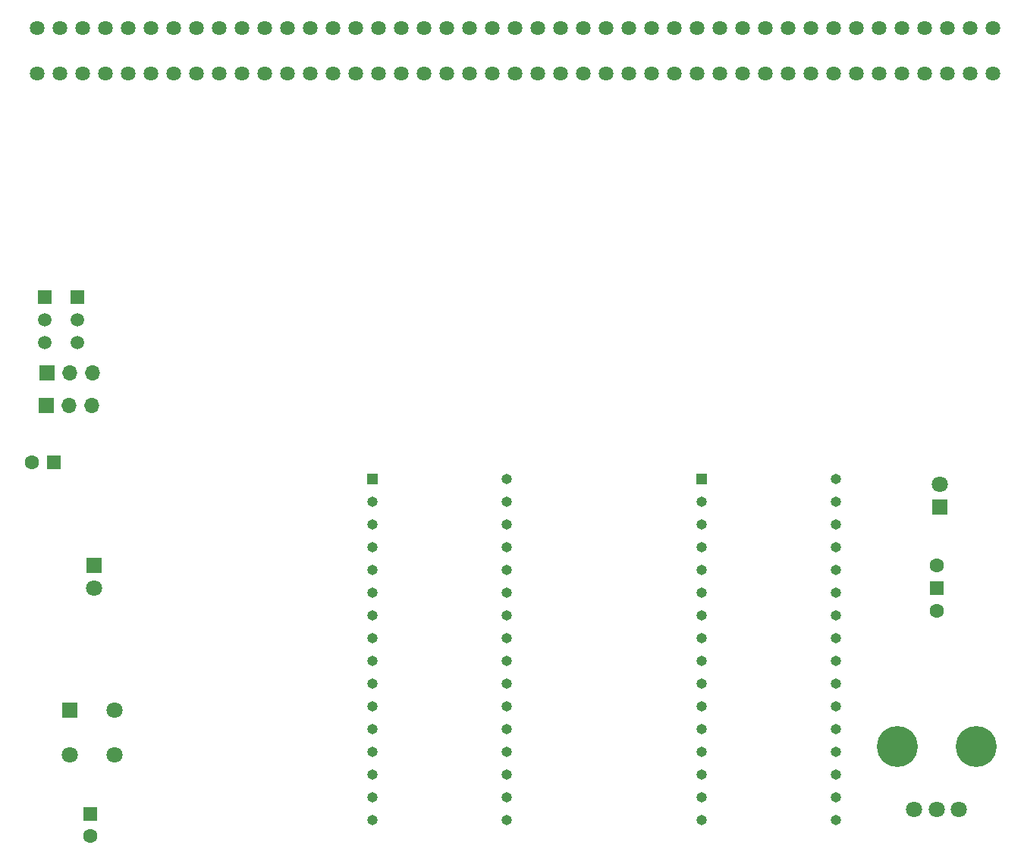
<source format=gbr>
%TF.GenerationSoftware,KiCad,Pcbnew,8.0.3*%
%TF.CreationDate,2025-02-20T16:42:35+01:00*%
%TF.ProjectId,DeMoN-Flash,44654d6f-4e2d-4466-9c61-73682e6b6963,rev?*%
%TF.SameCoordinates,Original*%
%TF.FileFunction,Soldermask,Bot*%
%TF.FilePolarity,Negative*%
%FSLAX46Y46*%
G04 Gerber Fmt 4.6, Leading zero omitted, Abs format (unit mm)*
G04 Created by KiCad (PCBNEW 8.0.3) date 2025-02-20 16:42:35*
%MOMM*%
%LPD*%
G01*
G04 APERTURE LIST*
%ADD10R,1.500000X1.500000*%
%ADD11C,1.600000*%
%ADD12C,1.500000*%
%ADD13R,1.160000X1.160000*%
%ADD14O,1.160000X1.160000*%
%ADD15R,1.600000X1.600000*%
%ADD16R,1.800000X1.800000*%
%ADD17C,1.800000*%
%ADD18R,1.700000X1.700000*%
%ADD19O,1.700000X1.700000*%
%ADD20C,1.635000*%
%ADD21C,4.575000*%
G04 APERTURE END LIST*
D10*
%TO.C,SW2*%
X188500000Y-101690000D03*
D11*
X188500000Y-104230000D03*
X188500000Y-99150000D03*
%TD*%
D10*
%TO.C,Q2*%
X88900000Y-69200000D03*
D12*
X88900000Y-71740000D03*
X88900000Y-74280000D03*
%TD*%
D13*
%TO.C,U9*%
X162255000Y-89550000D03*
D14*
X162255000Y-92090000D03*
X162255000Y-94630000D03*
X162255000Y-97170000D03*
X162255000Y-99710000D03*
X162255000Y-102250000D03*
X162255000Y-104790000D03*
X162255000Y-107330000D03*
X162255000Y-109870000D03*
X162255000Y-112410000D03*
X162255000Y-114950000D03*
X162255000Y-117490000D03*
X162255000Y-120030000D03*
X162255000Y-122570000D03*
X162255000Y-125110000D03*
X162255000Y-127650000D03*
X177255000Y-127650000D03*
X177255000Y-125110000D03*
X177255000Y-122570000D03*
X177255000Y-120030000D03*
X177255000Y-117490000D03*
X177255000Y-114950000D03*
X177255000Y-112410000D03*
X177255000Y-109870000D03*
X177255000Y-107330000D03*
X177255000Y-104790000D03*
X177255000Y-102250000D03*
X177255000Y-99710000D03*
X177255000Y-97170000D03*
X177255000Y-94630000D03*
X177255000Y-92090000D03*
X177255000Y-89550000D03*
%TD*%
D15*
%TO.C,C1*%
X94000000Y-126944888D03*
D11*
X94000000Y-129444888D03*
%TD*%
D16*
%TO.C,D2*%
X94450000Y-99225000D03*
D17*
X94450000Y-101765000D03*
%TD*%
D13*
%TO.C,U7*%
X125505000Y-89550000D03*
D14*
X125505000Y-92090000D03*
X125505000Y-94630000D03*
X125505000Y-97170000D03*
X125505000Y-99710000D03*
X125505000Y-102250000D03*
X125505000Y-104790000D03*
X125505000Y-107330000D03*
X125505000Y-109870000D03*
X125505000Y-112410000D03*
X125505000Y-114950000D03*
X125505000Y-117490000D03*
X125505000Y-120030000D03*
X125505000Y-122570000D03*
X125505000Y-125110000D03*
X125505000Y-127650000D03*
X140505000Y-127650000D03*
X140505000Y-125110000D03*
X140505000Y-122570000D03*
X140505000Y-120030000D03*
X140505000Y-117490000D03*
X140505000Y-114950000D03*
X140505000Y-112410000D03*
X140505000Y-109870000D03*
X140505000Y-107330000D03*
X140505000Y-104790000D03*
X140505000Y-102250000D03*
X140505000Y-99710000D03*
X140505000Y-97170000D03*
X140505000Y-94630000D03*
X140505000Y-92090000D03*
X140505000Y-89550000D03*
%TD*%
D10*
%TO.C,Q1*%
X92600000Y-69200000D03*
D12*
X92600000Y-71740000D03*
X92600000Y-74280000D03*
%TD*%
D18*
%TO.C,JP1*%
X89128400Y-81342200D03*
D19*
X91668400Y-81342200D03*
X94208400Y-81342200D03*
%TD*%
D16*
%TO.C,SW1*%
X91677500Y-115377500D03*
D17*
X96677500Y-115377500D03*
X91677500Y-120377500D03*
X96677500Y-120377500D03*
%TD*%
D20*
%TO.C,CN1*%
X88060000Y-44200000D03*
X88060000Y-39120000D03*
X90600000Y-44200000D03*
X90600000Y-39120000D03*
X93140000Y-44200000D03*
X93140000Y-39120000D03*
X95680000Y-44200000D03*
X95680000Y-39120000D03*
X98220000Y-44200000D03*
X98220000Y-39120000D03*
X100760000Y-44200000D03*
X100760000Y-39120000D03*
X103300000Y-44200000D03*
X103300000Y-39120000D03*
X105840000Y-44200000D03*
X105840000Y-39120000D03*
X108380000Y-44200000D03*
X108380000Y-39120000D03*
X110920000Y-44200000D03*
X110920000Y-39120000D03*
X113460000Y-44200000D03*
X113460000Y-39120000D03*
X116000000Y-44200000D03*
X116000000Y-39120000D03*
X118540000Y-44200000D03*
X118540000Y-39120000D03*
X121080000Y-44200000D03*
X121080000Y-39120000D03*
X123620000Y-44200000D03*
X123620000Y-39120000D03*
X126160000Y-44200000D03*
X126160000Y-39120000D03*
X128700000Y-44200000D03*
X128700000Y-39120000D03*
X131240000Y-44200000D03*
X131240000Y-39120000D03*
X133780000Y-44200000D03*
X133780000Y-39120000D03*
X136320000Y-44200000D03*
X136320000Y-39120000D03*
X138860000Y-44200000D03*
X138860000Y-39120000D03*
X141400000Y-44200000D03*
X141400000Y-39120000D03*
X143940000Y-44200000D03*
X143940000Y-39120000D03*
X146480000Y-44200000D03*
X146480000Y-39120000D03*
X149020000Y-44200000D03*
X149020000Y-39120000D03*
X151560000Y-44200000D03*
X151560000Y-39120000D03*
X154100000Y-44200000D03*
X154100000Y-39120000D03*
X156640000Y-44200000D03*
X156640000Y-39120000D03*
X159180000Y-44200000D03*
X159180000Y-39120000D03*
X161720000Y-44200000D03*
X161720000Y-39120000D03*
X164260000Y-44200000D03*
X164260000Y-39120000D03*
X166800000Y-44200000D03*
X166800000Y-39120000D03*
X169340000Y-44200000D03*
X169340000Y-39120000D03*
X171880000Y-44200000D03*
X171880000Y-39120000D03*
X174420000Y-44200000D03*
X174420000Y-39120000D03*
X176960000Y-44200000D03*
X176960000Y-39120000D03*
X179500000Y-44200000D03*
X179500000Y-39120000D03*
X182040000Y-44200000D03*
X182040000Y-39120000D03*
X184580000Y-44200000D03*
X184580000Y-39120000D03*
X187120000Y-44200000D03*
X187120000Y-39120000D03*
X189660000Y-44200000D03*
X189660000Y-39120000D03*
X192200000Y-44200000D03*
X192200000Y-39120000D03*
X194740000Y-44200000D03*
X194740000Y-39120000D03*
%TD*%
D15*
%TO.C,C6*%
X89950000Y-87650000D03*
D11*
X87450000Y-87650000D03*
%TD*%
D16*
%TO.C,D1*%
X188850000Y-92700000D03*
D17*
X188850000Y-90160000D03*
%TD*%
D18*
%TO.C,JP2*%
X89168400Y-77692200D03*
D19*
X91708400Y-77692200D03*
X94248400Y-77692200D03*
%TD*%
D17*
%TO.C,VR1*%
X185958400Y-126442200D03*
X188458400Y-126442200D03*
X190958400Y-126442200D03*
D21*
X184058400Y-119442200D03*
X192858400Y-119442200D03*
%TD*%
M02*

</source>
